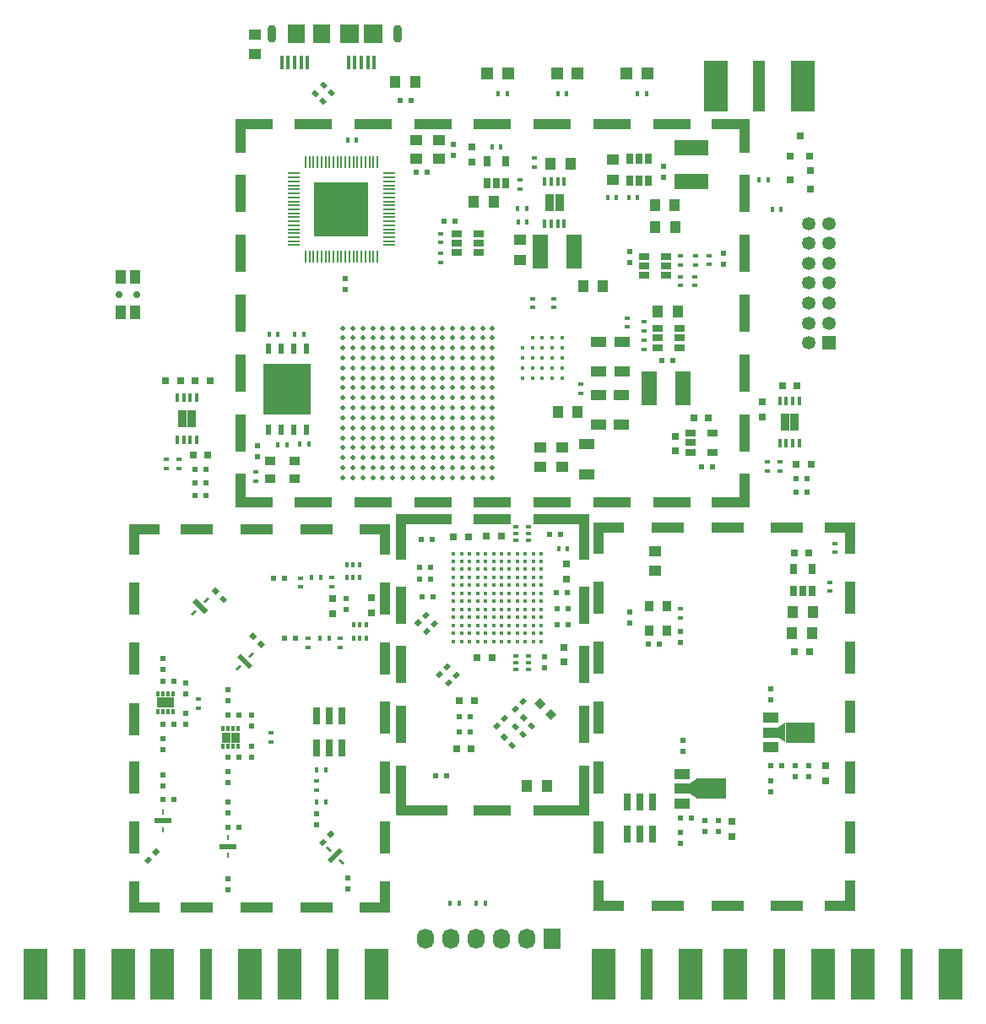
<source format=gts>
G04 #@! TF.FileFunction,Soldermask,Top*
%FSLAX46Y46*%
G04 Gerber Fmt 4.6, Leading zero omitted, Abs format (unit mm)*
G04 Created by KiCad (PCBNEW 4.0.4-stable) date Sun Nov  6 13:49:44 2016*
%MOMM*%
%LPD*%
G01*
G04 APERTURE LIST*
%ADD10C,0.100000*%
%ADD11R,0.800100X0.800100*%
%ADD12R,0.800000X0.750000*%
%ADD13C,0.450000*%
%ADD14R,0.500000X0.600000*%
%ADD15R,5.550000X1.000000*%
%ADD16R,3.800000X1.000000*%
%ADD17R,1.000000X4.580000*%
%ADD18R,1.000000X3.800000*%
%ADD19R,1.000000X4.980000*%
%ADD20R,5.140000X1.000000*%
%ADD21R,0.750000X0.800000*%
%ADD22R,3.050000X1.000000*%
%ADD23R,3.300000X1.000000*%
%ADD24R,1.000000X3.050000*%
%ADD25R,1.000000X3.300000*%
%ADD26R,1.000000X3.150000*%
%ADD27R,1.501140X1.000760*%
%ADD28R,2.999740X1.998980*%
%ADD29R,0.600000X0.500000*%
%ADD30R,2.413000X5.080000*%
%ADD31R,1.250000X5.080000*%
%ADD32R,0.400000X1.350000*%
%ADD33O,0.900000X1.800000*%
%ADD34R,1.900000X1.900000*%
%ADD35R,1.800000X1.900000*%
%ADD36R,1.600000X1.000000*%
%ADD37R,1.727200X2.032000*%
%ADD38O,1.727200X2.032000*%
%ADD39R,1.000000X1.250000*%
%ADD40R,1.250000X1.000000*%
%ADD41R,1.198880X1.198880*%
%ADD42R,0.270000X0.600000*%
%ADD43R,1.700000X0.500000*%
%ADD44R,1.500000X3.400000*%
%ADD45R,3.400000X1.500000*%
%ADD46R,1.350000X1.350000*%
%ADD47C,1.350000*%
%ADD48R,0.400000X0.600000*%
%ADD49R,0.600000X0.400000*%
%ADD50R,0.762000X1.651000*%
%ADD51R,0.300000X0.500000*%
%ADD52R,0.880000X1.060000*%
%ADD53R,0.650000X1.060000*%
%ADD54R,0.420000X0.890000*%
%ADD55R,0.940000X0.840000*%
%ADD56R,1.060000X0.650000*%
%ADD57R,0.900000X1.000000*%
%ADD58O,1.200000X0.220000*%
%ADD59O,0.220000X1.200000*%
%ADD60R,5.450000X5.450000*%
%ADD61R,1.000000X0.900000*%
%ADD62R,0.500000X1.000000*%
%ADD63R,4.800000X5.160000*%
%ADD64C,0.500380*%
%ADD65R,1.300000X1.050000*%
%ADD66R,3.850000X1.000000*%
%ADD67R,1.000000X3.350000*%
%ADD68R,0.350000X0.500000*%
%ADD69R,0.500000X0.350000*%
%ADD70R,1.050000X1.400000*%
%ADD71C,0.700000*%
G04 APERTURE END LIST*
D10*
D11*
X104880000Y-58760760D03*
X106780000Y-58760760D03*
X105830000Y-56761780D03*
D10*
G36*
X57924645Y-127908909D02*
X57571091Y-127555355D01*
X57995355Y-127131091D01*
X58348909Y-127484645D01*
X57924645Y-127908909D01*
X57924645Y-127908909D01*
G37*
G36*
X58702463Y-127131091D02*
X58348909Y-126777537D01*
X58773173Y-126353273D01*
X59126727Y-126706827D01*
X58702463Y-127131091D01*
X58702463Y-127131091D01*
G37*
D12*
X44960000Y-88750000D03*
X46460000Y-88750000D03*
D13*
X71100000Y-98600000D03*
X71100000Y-99400000D03*
X71100000Y-100200000D03*
X71100000Y-101000000D03*
X71100000Y-101800000D03*
X71100000Y-102600000D03*
X71100000Y-103400000D03*
X71100000Y-104200000D03*
X71100000Y-105000000D03*
X71100000Y-105800000D03*
X71100000Y-106600000D03*
X71100000Y-107400000D03*
X71900000Y-98600000D03*
X71900000Y-99400000D03*
X71900000Y-100200000D03*
X71900000Y-101000000D03*
X71900000Y-101800000D03*
X71900000Y-102600000D03*
X71900000Y-103400000D03*
X71900000Y-104200000D03*
X71900000Y-105000000D03*
X71900000Y-105800000D03*
X71900000Y-106600000D03*
X71900000Y-107400000D03*
X72700000Y-98600000D03*
X72700000Y-99400000D03*
X72700000Y-100200000D03*
X72700000Y-101000000D03*
X72700000Y-101800000D03*
X72700000Y-102600000D03*
X72700000Y-103400000D03*
X72700000Y-104200000D03*
X72700000Y-105000000D03*
X72700000Y-105800000D03*
X72700000Y-106600000D03*
X72700000Y-107400000D03*
X73500000Y-98600000D03*
X73500000Y-99400000D03*
X73500000Y-100200000D03*
X73500000Y-101000000D03*
X73500000Y-101800000D03*
X73500000Y-102600000D03*
X73500000Y-103400000D03*
X73500000Y-104200000D03*
X73500000Y-105000000D03*
X73500000Y-105800000D03*
X73500000Y-106600000D03*
X73500000Y-107400000D03*
X74300000Y-98600000D03*
X74300000Y-99400000D03*
X74300000Y-100200000D03*
X74300000Y-101000000D03*
X74300000Y-101800000D03*
X74300000Y-102600000D03*
X74300000Y-103400000D03*
X74300000Y-104200000D03*
X74300000Y-105000000D03*
X74300000Y-105800000D03*
X74300000Y-106600000D03*
X74300000Y-107400000D03*
X75100000Y-98600000D03*
X75100000Y-99400000D03*
X75100000Y-100200000D03*
X75100000Y-101000000D03*
X75100000Y-101800000D03*
X75100000Y-102600000D03*
X75100000Y-103400000D03*
X75100000Y-104200000D03*
X75100000Y-105000000D03*
X75100000Y-105800000D03*
X75100000Y-106600000D03*
X75100000Y-107400000D03*
X75900000Y-98600000D03*
X75900000Y-99400000D03*
X75900000Y-100200000D03*
X75900000Y-101000000D03*
X75900000Y-101800000D03*
X75900000Y-102600000D03*
X75900000Y-103400000D03*
X75900000Y-104200000D03*
X75900000Y-105000000D03*
X75900000Y-105800000D03*
X75900000Y-106600000D03*
X75900000Y-107400000D03*
X76700000Y-98600000D03*
X76700000Y-99400000D03*
X76700000Y-100200000D03*
X76700000Y-101000000D03*
X76700000Y-101800000D03*
X76700000Y-102600000D03*
X76700000Y-103400000D03*
X76700000Y-104200000D03*
X76700000Y-105000000D03*
X76700000Y-105800000D03*
X76700000Y-106600000D03*
X76700000Y-107400000D03*
X77500000Y-98600000D03*
X77500000Y-99400000D03*
X77500000Y-100200000D03*
X77500000Y-101000000D03*
X77500000Y-101800000D03*
X77500000Y-102600000D03*
X77500000Y-103400000D03*
X77500000Y-104200000D03*
X77500000Y-105000000D03*
X77500000Y-105800000D03*
X77500000Y-106600000D03*
X77500000Y-107400000D03*
X78300000Y-98600000D03*
X78300000Y-99400000D03*
X78300000Y-100200000D03*
X78300000Y-101000000D03*
X78300000Y-101800000D03*
X78300000Y-102600000D03*
X78300000Y-103400000D03*
X78300000Y-104200000D03*
X78300000Y-105000000D03*
X78300000Y-105800000D03*
X78300000Y-106600000D03*
X78300000Y-107400000D03*
X79100000Y-98600000D03*
X79100000Y-99400000D03*
X79100000Y-100200000D03*
X79100000Y-101000000D03*
X79100000Y-101800000D03*
X79100000Y-102600000D03*
X79100000Y-103400000D03*
X79100000Y-104200000D03*
X79100000Y-105000000D03*
X79100000Y-105800000D03*
X79100000Y-106600000D03*
X79100000Y-107400000D03*
X79900000Y-98600000D03*
X79900000Y-99400000D03*
X79900000Y-100200000D03*
X79900000Y-101000000D03*
X79900000Y-101800000D03*
X79900000Y-102600000D03*
X79900000Y-103400000D03*
X79900000Y-104200000D03*
X79900000Y-105000000D03*
X79900000Y-105800000D03*
X79900000Y-106600000D03*
X79900000Y-107400000D03*
D14*
X80200000Y-108950000D03*
X80200000Y-110050000D03*
D15*
X81885000Y-95180000D03*
D16*
X75000000Y-95180000D03*
D15*
X68135000Y-95180000D03*
D17*
X65860000Y-96970000D03*
D18*
X65860000Y-103760000D03*
X65860000Y-109760000D03*
X65860000Y-115760000D03*
D19*
X65860000Y-122350000D03*
D20*
X67930000Y-124340000D03*
D16*
X75000000Y-124340000D03*
D15*
X81885000Y-124340000D03*
D19*
X84160000Y-122350000D03*
D18*
X84160000Y-115760000D03*
X84160000Y-109760000D03*
X84160000Y-103760000D03*
D17*
X84160000Y-96970000D03*
D21*
X58940000Y-103140000D03*
X58940000Y-104640000D03*
D22*
X63225000Y-96200000D03*
D23*
X57350000Y-96200000D03*
X51350000Y-96200000D03*
X45350000Y-96200000D03*
D22*
X40075000Y-96200000D03*
D24*
X64250000Y-97225000D03*
D25*
X64250000Y-103100000D03*
X64250000Y-109100000D03*
X64250000Y-115100000D03*
X64250000Y-121100000D03*
X64250000Y-127100000D03*
D26*
X64250000Y-133025000D03*
D22*
X63225000Y-134100000D03*
D23*
X57350000Y-134100000D03*
X51350000Y-134100000D03*
X45350000Y-134100000D03*
D22*
X40075000Y-134100000D03*
D26*
X39050000Y-133025000D03*
D25*
X39050000Y-127100000D03*
X39050000Y-121100000D03*
X39050000Y-115200000D03*
X39050000Y-109100000D03*
X39050000Y-103100000D03*
D24*
X39050000Y-97225000D03*
D22*
X86675000Y-133950000D03*
D23*
X92550000Y-133950000D03*
X98550000Y-133950000D03*
X104550000Y-133950000D03*
D22*
X109825000Y-133950000D03*
D24*
X85650000Y-132925000D03*
D25*
X85650000Y-127050000D03*
X85650000Y-121050000D03*
X85650000Y-115050000D03*
X85650000Y-109050000D03*
X85650000Y-103050000D03*
D26*
X85650000Y-97125000D03*
D22*
X86675000Y-96050000D03*
D23*
X92550000Y-96050000D03*
X98550000Y-96050000D03*
X104550000Y-96050000D03*
D22*
X109825000Y-96050000D03*
D26*
X110850000Y-97125000D03*
D25*
X110850000Y-103050000D03*
X110850000Y-109050000D03*
X110850000Y-114950000D03*
X110850000Y-121050000D03*
X110850000Y-127050000D03*
D24*
X110850000Y-132925000D03*
D27*
X94048340Y-120698860D03*
X94048340Y-122200000D03*
X94048340Y-123701140D03*
D28*
X96999820Y-122200000D03*
D10*
G36*
X95525350Y-123200760D02*
X94776050Y-122700380D01*
X94776050Y-121699620D01*
X95525350Y-121199240D01*
X95525350Y-123200760D01*
X95525350Y-123200760D01*
G37*
D29*
X45160000Y-90210000D03*
X46260000Y-90210000D03*
D30*
X106131500Y-51690000D03*
X97368500Y-51690000D03*
D31*
X101750000Y-51690000D03*
D30*
X99368500Y-140810000D03*
X108131500Y-140810000D03*
D31*
X103750000Y-140810000D03*
D30*
X29168500Y-140810000D03*
X37931500Y-140810000D03*
D31*
X33550000Y-140810000D03*
D32*
X63150000Y-49325000D03*
X62500000Y-49325000D03*
X61850000Y-49325000D03*
X61200000Y-49325000D03*
X60550000Y-49325000D03*
X56450000Y-49325000D03*
X55800000Y-49325000D03*
X55150000Y-49325000D03*
X54500000Y-49325000D03*
X53850000Y-49325000D03*
D33*
X65450000Y-46500000D03*
X52900000Y-46500000D03*
D34*
X63050000Y-46500000D03*
X60650000Y-46500000D03*
D35*
X57850000Y-46500000D03*
X55350000Y-46500000D03*
D36*
X84490000Y-87660000D03*
X84490000Y-90660000D03*
D37*
X81000000Y-137250000D03*
D38*
X78460000Y-137250000D03*
X75920000Y-137250000D03*
X73380000Y-137250000D03*
X70840000Y-137250000D03*
X68300000Y-137250000D03*
D14*
X60530000Y-132270000D03*
X60530000Y-131170000D03*
X48490000Y-131220000D03*
X48490000Y-132320000D03*
X93825000Y-126600000D03*
X93825000Y-127700000D03*
X96325000Y-125400000D03*
X96325000Y-126500000D03*
X97625000Y-125400000D03*
X97625000Y-126500000D03*
X48500000Y-123520000D03*
X48500000Y-124620000D03*
X57350000Y-124750000D03*
X57350000Y-125850000D03*
D21*
X99050000Y-125500000D03*
X99050000Y-127000000D03*
D14*
X94100000Y-117350000D03*
X94100000Y-118450000D03*
X50800000Y-119070000D03*
X50800000Y-117970000D03*
D10*
G36*
X76922182Y-115925736D02*
X77275736Y-115572182D01*
X77700000Y-115996446D01*
X77346446Y-116350000D01*
X76922182Y-115925736D01*
X76922182Y-115925736D01*
G37*
G36*
X77700000Y-116703554D02*
X78053554Y-116350000D01*
X78477818Y-116774264D01*
X78124264Y-117127818D01*
X77700000Y-116703554D01*
X77700000Y-116703554D01*
G37*
G36*
X77772182Y-115025736D02*
X78125736Y-114672182D01*
X78550000Y-115096446D01*
X78196446Y-115450000D01*
X77772182Y-115025736D01*
X77772182Y-115025736D01*
G37*
G36*
X78550000Y-115803554D02*
X78903554Y-115450000D01*
X79327818Y-115874264D01*
X78974264Y-116227818D01*
X78550000Y-115803554D01*
X78550000Y-115803554D01*
G37*
D29*
X72770000Y-116470000D03*
X71670000Y-116470000D03*
D39*
X78450000Y-121900000D03*
X80450000Y-121900000D03*
D10*
G36*
X79221662Y-113651992D02*
X79751992Y-113121662D01*
X80317678Y-113687348D01*
X79787348Y-114217678D01*
X79221662Y-113651992D01*
X79221662Y-113651992D01*
G37*
G36*
X80282322Y-114712652D02*
X80812652Y-114182322D01*
X81378338Y-114748008D01*
X80848008Y-115278338D01*
X80282322Y-114712652D01*
X80282322Y-114712652D01*
G37*
D12*
X72870000Y-118200000D03*
X71370000Y-118200000D03*
D14*
X50800000Y-114820000D03*
X50800000Y-115920000D03*
D10*
G36*
X70474264Y-109522182D02*
X70827818Y-109875736D01*
X70403554Y-110300000D01*
X70050000Y-109946446D01*
X70474264Y-109522182D01*
X70474264Y-109522182D01*
G37*
G36*
X69696446Y-110300000D02*
X70050000Y-110653554D01*
X69625736Y-111077818D01*
X69272182Y-110724264D01*
X69696446Y-110300000D01*
X69696446Y-110300000D01*
G37*
G36*
X71424264Y-110372182D02*
X71777818Y-110725736D01*
X71353554Y-111150000D01*
X71000000Y-110796446D01*
X71424264Y-110372182D01*
X71424264Y-110372182D01*
G37*
G36*
X70646446Y-111150000D02*
X71000000Y-111503554D01*
X70575736Y-111927818D01*
X70222182Y-111574264D01*
X70646446Y-111150000D01*
X70646446Y-111150000D01*
G37*
G36*
X75822182Y-116975736D02*
X76175736Y-116622182D01*
X76600000Y-117046446D01*
X76246446Y-117400000D01*
X75822182Y-116975736D01*
X75822182Y-116975736D01*
G37*
G36*
X76600000Y-117753554D02*
X76953554Y-117400000D01*
X77377818Y-117824264D01*
X77024264Y-118177818D01*
X76600000Y-117753554D01*
X76600000Y-117753554D01*
G37*
D14*
X48500000Y-113370000D03*
X48500000Y-112270000D03*
D29*
X55250000Y-107100000D03*
X54150000Y-107100000D03*
D10*
G36*
X68335355Y-104361091D02*
X68688909Y-104714645D01*
X68264645Y-105138909D01*
X67911091Y-104785355D01*
X68335355Y-104361091D01*
X68335355Y-104361091D01*
G37*
G36*
X67557537Y-105138909D02*
X67911091Y-105492463D01*
X67486827Y-105916727D01*
X67133273Y-105563173D01*
X67557537Y-105138909D01*
X67557537Y-105138909D01*
G37*
G36*
X69185355Y-105211091D02*
X69538909Y-105564645D01*
X69114645Y-105988909D01*
X68761091Y-105635355D01*
X69185355Y-105211091D01*
X69185355Y-105211091D01*
G37*
G36*
X68407537Y-105988909D02*
X68761091Y-106342463D01*
X68336827Y-106766727D01*
X67983273Y-106413173D01*
X68407537Y-105988909D01*
X68407537Y-105988909D01*
G37*
D39*
X82820000Y-59530000D03*
X80820000Y-59530000D03*
D40*
X87110000Y-59100000D03*
X87110000Y-61100000D03*
D21*
X72950000Y-57810000D03*
X72950000Y-59310000D03*
D14*
X92160000Y-60850000D03*
X92160000Y-59750000D03*
D29*
X92010000Y-79280000D03*
X93110000Y-79280000D03*
D39*
X73110000Y-63320000D03*
X75110000Y-63320000D03*
D40*
X77750000Y-67140000D03*
X77750000Y-69140000D03*
D39*
X93270000Y-63690000D03*
X91270000Y-63690000D03*
D36*
X85630000Y-80380000D03*
X85630000Y-77380000D03*
D39*
X93310000Y-65870000D03*
X91310000Y-65870000D03*
D36*
X87970000Y-80390000D03*
X87970000Y-77390000D03*
D21*
X93310000Y-88330000D03*
X93310000Y-86830000D03*
D12*
X46700000Y-81290000D03*
X45200000Y-81290000D03*
X105570000Y-81780000D03*
X104070000Y-81780000D03*
D21*
X102060000Y-83410000D03*
X102060000Y-84910000D03*
D12*
X42210000Y-81260000D03*
X43710000Y-81260000D03*
D29*
X97030000Y-89950000D03*
X95930000Y-89950000D03*
D12*
X96680000Y-85030000D03*
X95180000Y-85030000D03*
D29*
X71200000Y-65290000D03*
X70100000Y-65290000D03*
D12*
X105440000Y-89670000D03*
X106940000Y-89670000D03*
D29*
X45130000Y-91530000D03*
X46230000Y-91530000D03*
X105440000Y-91100000D03*
X106540000Y-91100000D03*
X45140000Y-92830000D03*
X46240000Y-92830000D03*
X105440000Y-92480000D03*
X106540000Y-92480000D03*
D39*
X105050000Y-106630000D03*
X107050000Y-106630000D03*
D29*
X72790000Y-114970000D03*
X71690000Y-114970000D03*
D39*
X105110000Y-104440000D03*
X107110000Y-104440000D03*
D14*
X60300000Y-103120000D03*
X60300000Y-104220000D03*
D29*
X68950000Y-97210000D03*
X67850000Y-97210000D03*
D12*
X105300000Y-108480000D03*
X106800000Y-108480000D03*
D29*
X90650000Y-107720000D03*
X91750000Y-107720000D03*
D14*
X93860000Y-106390000D03*
X93860000Y-107490000D03*
X88780000Y-105580000D03*
X88780000Y-104480000D03*
D21*
X62850000Y-103030000D03*
X62850000Y-104530000D03*
D12*
X73440000Y-109050000D03*
X74940000Y-109050000D03*
D29*
X81470000Y-105720000D03*
X82570000Y-105720000D03*
X81460000Y-104180000D03*
X82560000Y-104180000D03*
D21*
X82420000Y-99650000D03*
X82420000Y-101150000D03*
D29*
X69000000Y-102950000D03*
X67900000Y-102950000D03*
X80760000Y-96690000D03*
X81860000Y-96690000D03*
D12*
X72560000Y-96970000D03*
X71060000Y-96970000D03*
X75910000Y-96820000D03*
X74410000Y-96820000D03*
D29*
X81420000Y-102570000D03*
X82520000Y-102570000D03*
X65770000Y-53200000D03*
X66870000Y-53200000D03*
D10*
G36*
X58366727Y-53263173D02*
X58013173Y-53616727D01*
X57588909Y-53192463D01*
X57942463Y-52838909D01*
X58366727Y-53263173D01*
X58366727Y-53263173D01*
G37*
G36*
X57588909Y-52485355D02*
X57235355Y-52838909D01*
X56811091Y-52414645D01*
X57164645Y-52061091D01*
X57588909Y-52485355D01*
X57588909Y-52485355D01*
G37*
D29*
X67380000Y-60360000D03*
X68480000Y-60360000D03*
D10*
G36*
X59216727Y-52413173D02*
X58863173Y-52766727D01*
X58438909Y-52342463D01*
X58792463Y-51988909D01*
X59216727Y-52413173D01*
X59216727Y-52413173D01*
G37*
G36*
X58438909Y-51635355D02*
X58085355Y-51988909D01*
X57661091Y-51564645D01*
X58014645Y-51211091D01*
X58438909Y-51635355D01*
X58438909Y-51635355D01*
G37*
D14*
X60270000Y-71020000D03*
X60270000Y-72120000D03*
X71070000Y-57570000D03*
X71070000Y-58670000D03*
X51420000Y-87800000D03*
X51420000Y-88900000D03*
D39*
X84070000Y-71810000D03*
X86070000Y-71810000D03*
D36*
X87940000Y-82700000D03*
X87940000Y-85700000D03*
X85640000Y-82700000D03*
X85640000Y-85700000D03*
D39*
X83540000Y-84370000D03*
X81540000Y-84370000D03*
D40*
X81970000Y-87950000D03*
X81970000Y-89950000D03*
X79780000Y-87950000D03*
X79780000Y-89950000D03*
D14*
X98170000Y-69560000D03*
X98170000Y-68460000D03*
X88750000Y-69390000D03*
X88750000Y-68290000D03*
D41*
X76549020Y-50500000D03*
X74450980Y-50500000D03*
X83549020Y-50500000D03*
X81450980Y-50500000D03*
X90549020Y-50500000D03*
X88450980Y-50500000D03*
D42*
X48490000Y-128890000D03*
X48490000Y-127090000D03*
D43*
X48490000Y-127990000D03*
D10*
G36*
X60153987Y-129613069D02*
X59963069Y-129803987D01*
X59538805Y-129379723D01*
X59729723Y-129188805D01*
X60153987Y-129613069D01*
X60153987Y-129613069D01*
G37*
G36*
X58881195Y-128340277D02*
X58690277Y-128531195D01*
X58266013Y-128106931D01*
X58456931Y-127916013D01*
X58881195Y-128340277D01*
X58881195Y-128340277D01*
G37*
G36*
X59987817Y-128435736D02*
X58785736Y-129637817D01*
X58432183Y-129284264D01*
X59634264Y-128082183D01*
X59987817Y-128435736D01*
X59987817Y-128435736D01*
G37*
G36*
X49396931Y-110323987D02*
X49206013Y-110133069D01*
X49630277Y-109708805D01*
X49821195Y-109899723D01*
X49396931Y-110323987D01*
X49396931Y-110323987D01*
G37*
G36*
X50669723Y-109051195D02*
X50478805Y-108860277D01*
X50903069Y-108436013D01*
X51093987Y-108626931D01*
X50669723Y-109051195D01*
X50669723Y-109051195D01*
G37*
G36*
X50574264Y-110157817D02*
X49372183Y-108955736D01*
X49725736Y-108602183D01*
X50927817Y-109804264D01*
X50574264Y-110157817D01*
X50574264Y-110157817D01*
G37*
D29*
X93875000Y-125175000D03*
X94975000Y-125175000D03*
X48490000Y-126060000D03*
X49590000Y-126060000D03*
D14*
X48500000Y-121600000D03*
X48500000Y-120500000D03*
D29*
X48500000Y-119070000D03*
X49600000Y-119070000D03*
D10*
G36*
X78124264Y-113022182D02*
X78477818Y-113375736D01*
X78053554Y-113800000D01*
X77700000Y-113446446D01*
X78124264Y-113022182D01*
X78124264Y-113022182D01*
G37*
G36*
X77346446Y-113800000D02*
X77700000Y-114153554D01*
X77275736Y-114577818D01*
X76922182Y-114224264D01*
X77346446Y-113800000D01*
X77346446Y-113800000D01*
G37*
G36*
X75375736Y-116277818D02*
X75022182Y-115924264D01*
X75446446Y-115500000D01*
X75800000Y-115853554D01*
X75375736Y-116277818D01*
X75375736Y-116277818D01*
G37*
G36*
X76153554Y-115500000D02*
X75800000Y-115146446D01*
X76224264Y-114722182D01*
X76577818Y-115075736D01*
X76153554Y-115500000D01*
X76153554Y-115500000D01*
G37*
D29*
X49600000Y-114820000D03*
X48500000Y-114820000D03*
D10*
G36*
X52177818Y-107724264D02*
X51824264Y-108077818D01*
X51400000Y-107653554D01*
X51753554Y-107300000D01*
X52177818Y-107724264D01*
X52177818Y-107724264D01*
G37*
G36*
X51400000Y-106946446D02*
X51046446Y-107300000D01*
X50622182Y-106875736D01*
X50975736Y-106522182D01*
X51400000Y-106946446D01*
X51400000Y-106946446D01*
G37*
D44*
X83220000Y-68290000D03*
X79820000Y-68290000D03*
D45*
X94930000Y-57900000D03*
X94930000Y-61300000D03*
D44*
X94120000Y-82050000D03*
X90720000Y-82050000D03*
D40*
X91350000Y-98350000D03*
X91350000Y-100350000D03*
X51150000Y-46530000D03*
X51150000Y-48530000D03*
D39*
X65250000Y-51330000D03*
X67250000Y-51330000D03*
D46*
X108750000Y-77500000D03*
D47*
X108750000Y-75500000D03*
X108750000Y-73500000D03*
X108750000Y-71500000D03*
X108750000Y-69500000D03*
X108750000Y-67500000D03*
X108750000Y-65500000D03*
X106750000Y-77500000D03*
X106750000Y-75500000D03*
X106750000Y-73500000D03*
X106750000Y-71500000D03*
X106750000Y-69500000D03*
X106750000Y-67500000D03*
X106750000Y-65500000D03*
D11*
X106850760Y-62090000D03*
X106850760Y-60190000D03*
X104851780Y-61140000D03*
D48*
X75550000Y-52500000D03*
X76450000Y-52500000D03*
X81550000Y-52500000D03*
X82450000Y-52500000D03*
X89550000Y-52500000D03*
X90450000Y-52500000D03*
D49*
X52750000Y-116600000D03*
X52750000Y-117500000D03*
D48*
X74930000Y-57840000D03*
X75830000Y-57840000D03*
D49*
X77800000Y-61150000D03*
X77800000Y-62050000D03*
D48*
X77550000Y-65350000D03*
X78450000Y-65350000D03*
X78440000Y-63980000D03*
X77540000Y-63980000D03*
X89550000Y-62910000D03*
X88650000Y-62910000D03*
X87440000Y-62930000D03*
X86540000Y-62930000D03*
D49*
X90200000Y-78150000D03*
X90200000Y-77250000D03*
X90180000Y-76250000D03*
X90180000Y-75350000D03*
X109340000Y-98490000D03*
X109340000Y-97590000D03*
X69810000Y-66530000D03*
X69810000Y-67430000D03*
X69800000Y-68490000D03*
X69800000Y-69390000D03*
X43550000Y-90060000D03*
X43550000Y-89160000D03*
X42250000Y-89160000D03*
X42250000Y-90060000D03*
X103860000Y-90320000D03*
X103860000Y-89420000D03*
X102540000Y-89410000D03*
X102540000Y-90310000D03*
X88540000Y-74990000D03*
X88540000Y-75890000D03*
X79210000Y-58930000D03*
X79210000Y-59830000D03*
X93870000Y-105050000D03*
X93870000Y-104150000D03*
X83840000Y-82560000D03*
X83840000Y-81660000D03*
D48*
X81620000Y-98160000D03*
X82520000Y-98160000D03*
X60450000Y-57150000D03*
X61350000Y-57150000D03*
D49*
X51300000Y-90460000D03*
X51300000Y-91360000D03*
D48*
X52590000Y-76650000D03*
X53490000Y-76650000D03*
X55190000Y-76630000D03*
X56090000Y-76630000D03*
X54380000Y-87710000D03*
X53480000Y-87710000D03*
X56560000Y-87650000D03*
X55660000Y-87650000D03*
X101750000Y-61140000D03*
X102650000Y-61140000D03*
D49*
X79000000Y-73050000D03*
X79000000Y-73950000D03*
X81150000Y-73030000D03*
X81150000Y-73930000D03*
D48*
X103960000Y-64070000D03*
X103060000Y-64070000D03*
D49*
X96740000Y-68730000D03*
X96740000Y-69630000D03*
X95340000Y-69640000D03*
X95340000Y-68740000D03*
X95290000Y-70840000D03*
X95290000Y-71740000D03*
X93870000Y-68760000D03*
X93870000Y-69660000D03*
X93880000Y-70840000D03*
X93880000Y-71740000D03*
D48*
X74300000Y-133720000D03*
X73400000Y-133720000D03*
X71630000Y-133720000D03*
X70730000Y-133720000D03*
D50*
X91060000Y-126725000D03*
X89790000Y-126725000D03*
X88520000Y-126725000D03*
X88520000Y-123550000D03*
X89790000Y-123550000D03*
X91060000Y-123550000D03*
X59920000Y-118087500D03*
X58650000Y-118087500D03*
X57380000Y-118087500D03*
X57380000Y-114912500D03*
X58650000Y-114912500D03*
X59920000Y-114912500D03*
D51*
X48000000Y-117970000D03*
X48500000Y-117970000D03*
X49000000Y-117970000D03*
X49500000Y-117970000D03*
X49500000Y-116170000D03*
X49000000Y-116170000D03*
X48500000Y-116170000D03*
X48000000Y-116170000D03*
D52*
X49190000Y-117070000D03*
X48310000Y-117070000D03*
D53*
X74450000Y-61500000D03*
X75400000Y-61500000D03*
X76350000Y-61500000D03*
X76350000Y-59300000D03*
X74450000Y-59300000D03*
D54*
X82205000Y-61295000D03*
X81555000Y-61295000D03*
X80905000Y-61295000D03*
X80255000Y-61295000D03*
X80255000Y-65505000D03*
X80905000Y-65505000D03*
X81555000Y-65505000D03*
X82205000Y-65505000D03*
D55*
X80760000Y-63820000D03*
X81700000Y-63820000D03*
X80760000Y-62980000D03*
X81700000Y-62980000D03*
D53*
X90660000Y-59050000D03*
X89710000Y-59050000D03*
X88760000Y-59050000D03*
X88760000Y-61250000D03*
X90660000Y-61250000D03*
X89710000Y-61250000D03*
D56*
X93750000Y-77950000D03*
X93750000Y-77000000D03*
X93750000Y-76050000D03*
X91550000Y-76050000D03*
X91550000Y-77950000D03*
X91550000Y-77000000D03*
X94900000Y-86550000D03*
X94900000Y-87500000D03*
X94900000Y-88450000D03*
X97100000Y-88450000D03*
X97100000Y-86550000D03*
D54*
X45325000Y-82995000D03*
X44675000Y-82995000D03*
X44025000Y-82995000D03*
X43375000Y-82995000D03*
X43375000Y-87205000D03*
X44025000Y-87205000D03*
X44675000Y-87205000D03*
X45325000Y-87205000D03*
D55*
X43880000Y-85520000D03*
X44820000Y-85520000D03*
X43880000Y-84680000D03*
X44820000Y-84680000D03*
D54*
X105765000Y-83345000D03*
X105115000Y-83345000D03*
X104465000Y-83345000D03*
X103815000Y-83345000D03*
X103815000Y-87555000D03*
X104465000Y-87555000D03*
X105115000Y-87555000D03*
X105765000Y-87555000D03*
D55*
X104320000Y-85870000D03*
X105260000Y-85870000D03*
X104320000Y-85030000D03*
X105260000Y-85030000D03*
D56*
X71400000Y-66550000D03*
X71400000Y-67500000D03*
X71400000Y-68450000D03*
X73600000Y-68450000D03*
X73600000Y-66550000D03*
X73600000Y-67500000D03*
D57*
X92520000Y-106300000D03*
X92520000Y-103900000D03*
X90720000Y-103900000D03*
X90720000Y-106300000D03*
D58*
X64600000Y-67690000D03*
X64600000Y-67290000D03*
X64600000Y-66890000D03*
X64600000Y-66490000D03*
X64600000Y-66090000D03*
X64600000Y-65690000D03*
X64600000Y-65290000D03*
X64600000Y-64890000D03*
X64600000Y-64490000D03*
X64600000Y-64090000D03*
X64600000Y-63690000D03*
X64600000Y-63290000D03*
X64600000Y-62890000D03*
X64600000Y-62490000D03*
X64600000Y-62090000D03*
X64600000Y-61690000D03*
X64600000Y-61290000D03*
X64600000Y-60890000D03*
X64600000Y-60490000D03*
D59*
X63450000Y-59340000D03*
X63050000Y-59340000D03*
X62650000Y-59340000D03*
X62250000Y-59340000D03*
X61850000Y-59340000D03*
X61450000Y-59340000D03*
X61050000Y-59340000D03*
X60650000Y-59340000D03*
X60250000Y-59340000D03*
X59850000Y-59340000D03*
X59450000Y-59340000D03*
X59050000Y-59340000D03*
X58650000Y-59340000D03*
X58250000Y-59340000D03*
X57850000Y-59340000D03*
X57450000Y-59340000D03*
X57050000Y-59340000D03*
X56650000Y-59340000D03*
X56250000Y-59340000D03*
D58*
X55100000Y-60490000D03*
X55100000Y-60890000D03*
X55100000Y-61290000D03*
X55100000Y-61690000D03*
X55100000Y-62090000D03*
X55100000Y-62490000D03*
X55100000Y-62890000D03*
X55100000Y-63290000D03*
X55100000Y-63690000D03*
X55100000Y-64090000D03*
X55100000Y-64490000D03*
X55100000Y-64890000D03*
X55100000Y-65290000D03*
X55100000Y-65690000D03*
X55100000Y-66090000D03*
X55100000Y-66490000D03*
X55100000Y-66890000D03*
X55100000Y-67290000D03*
X55100000Y-67690000D03*
D59*
X56250000Y-68840000D03*
X56650000Y-68840000D03*
X57050000Y-68840000D03*
X57450000Y-68840000D03*
X57850000Y-68840000D03*
X58250000Y-68840000D03*
X58650000Y-68840000D03*
X59050000Y-68840000D03*
X59450000Y-68840000D03*
X59850000Y-68840000D03*
X60250000Y-68840000D03*
X60650000Y-68840000D03*
X61050000Y-68840000D03*
X61450000Y-68840000D03*
X61850000Y-68840000D03*
X62250000Y-68840000D03*
X62650000Y-68840000D03*
X63050000Y-68840000D03*
X63450000Y-68840000D03*
D60*
X59850000Y-64090000D03*
D61*
X52730000Y-91130000D03*
X55130000Y-91130000D03*
X55130000Y-89330000D03*
X52730000Y-89330000D03*
D62*
X56305000Y-78036000D03*
X55035000Y-78036000D03*
X53765000Y-78036000D03*
X52495000Y-78036000D03*
X52495000Y-86164000D03*
X53765000Y-86164000D03*
X55035000Y-86164000D03*
X56305000Y-86164000D03*
D63*
X54400000Y-82100000D03*
D64*
X75000620Y-91000620D03*
X73999860Y-91000620D03*
X72999100Y-91000620D03*
X72000880Y-91000620D03*
X71000120Y-91000620D03*
X69999360Y-91000620D03*
X69001140Y-91000620D03*
X68000380Y-91000620D03*
X66999620Y-91000620D03*
X65998860Y-91000620D03*
X65000640Y-91000620D03*
X63999880Y-91000620D03*
X62999120Y-91000620D03*
X62000900Y-91000620D03*
X61000140Y-91000620D03*
X59999380Y-91000620D03*
X75000620Y-89999860D03*
X75000620Y-88999100D03*
X75000620Y-88000880D03*
X75000620Y-87000120D03*
X75000620Y-85999360D03*
X75000620Y-85001140D03*
X75000620Y-84000380D03*
X75000620Y-82999620D03*
X59999380Y-89999860D03*
X61000140Y-89999860D03*
X62000900Y-89999860D03*
X62999120Y-89999860D03*
X63999880Y-89999860D03*
X65000640Y-89999860D03*
X65998860Y-89999860D03*
X66999620Y-89999860D03*
X68000380Y-89999860D03*
X69001140Y-89999860D03*
X69999360Y-89999860D03*
X71000120Y-89999860D03*
X73999860Y-89999860D03*
X72999100Y-89999860D03*
X72000880Y-89999860D03*
X73999860Y-88999100D03*
X72999100Y-88999100D03*
X72000880Y-88999100D03*
X71000120Y-88999100D03*
X69999360Y-88999100D03*
X69001140Y-88999100D03*
X68000380Y-88999100D03*
X66999620Y-88999100D03*
X73999860Y-88000880D03*
X72999100Y-88000880D03*
X72000880Y-88000880D03*
X71000120Y-88000880D03*
X69999360Y-88000880D03*
X69001140Y-88000880D03*
X68000380Y-88000880D03*
X66999620Y-88000880D03*
X73999860Y-87000120D03*
X72999100Y-87000120D03*
X72000880Y-87000120D03*
X65998860Y-88999100D03*
X65998860Y-88000880D03*
X65000640Y-88999100D03*
X65000640Y-88000880D03*
X63999880Y-88000880D03*
X63999880Y-88999100D03*
X62999120Y-88999100D03*
X62000900Y-88999100D03*
X62000900Y-88000880D03*
X62999120Y-88000880D03*
X61000140Y-88999100D03*
X61000140Y-88000880D03*
X59999380Y-88000880D03*
X59999380Y-88999100D03*
X62999120Y-87000120D03*
X62999120Y-85999360D03*
X62999120Y-85001140D03*
X62000900Y-85001140D03*
X62000900Y-85999360D03*
X62000900Y-87000120D03*
X61000140Y-87000120D03*
X61000140Y-85999360D03*
X61000140Y-85001140D03*
X59999380Y-85001140D03*
X59999380Y-85999360D03*
X59999380Y-87000120D03*
X73999860Y-85999360D03*
X72999100Y-85999360D03*
X72000880Y-85999360D03*
X72000880Y-85001140D03*
X72999100Y-85001140D03*
X73999860Y-85001140D03*
X73999860Y-84000380D03*
X72999100Y-84000380D03*
X72000880Y-84000380D03*
X72000880Y-82999620D03*
X72999100Y-82999620D03*
X73999860Y-82999620D03*
X75000620Y-81998860D03*
X73999860Y-81998860D03*
X72999100Y-81998860D03*
X72000880Y-81998860D03*
X72000880Y-81000640D03*
X72999100Y-81000640D03*
X73999860Y-81000640D03*
X75000620Y-81000640D03*
X75000620Y-79999880D03*
X73999860Y-79999880D03*
X72999100Y-79999880D03*
X72000880Y-79999880D03*
X72000880Y-78999120D03*
X72000880Y-78000900D03*
X72000880Y-77000140D03*
X72999100Y-77000140D03*
X72999100Y-78000900D03*
X72999100Y-78999120D03*
X73999860Y-78999120D03*
X73999860Y-78000900D03*
X73999860Y-77000140D03*
X75000620Y-78999120D03*
X75000620Y-78000900D03*
X75000620Y-77000140D03*
X75000620Y-75999380D03*
X73999860Y-75999380D03*
X72999100Y-75999380D03*
X72000880Y-75999380D03*
X68000380Y-87000120D03*
X69001140Y-87000120D03*
X69999360Y-87000120D03*
X71000120Y-87000120D03*
X71000120Y-85999360D03*
X69999360Y-85999360D03*
X69001140Y-85999360D03*
X68000380Y-85999360D03*
X71000120Y-85001140D03*
X69999360Y-85001140D03*
X69001140Y-85001140D03*
X68000380Y-85001140D03*
X71000120Y-84000380D03*
X69999360Y-84000380D03*
X69001140Y-84000380D03*
X68000380Y-84000380D03*
X71000120Y-82999620D03*
X69999360Y-82999620D03*
X69001140Y-82999620D03*
X68000380Y-82999620D03*
X71000120Y-81998860D03*
X69999360Y-81998860D03*
X69001140Y-81998860D03*
X68000380Y-81998860D03*
X71000120Y-81000640D03*
X69999360Y-81000640D03*
X69001140Y-81000640D03*
X68000380Y-81000640D03*
X71000120Y-79999880D03*
X69999360Y-79999880D03*
X69001140Y-79999880D03*
X71000120Y-78000900D03*
X69999360Y-78000900D03*
X71000120Y-77000140D03*
X69999360Y-77000140D03*
X71000120Y-75999380D03*
X69999360Y-75999380D03*
X68000380Y-79999880D03*
X71000120Y-78999120D03*
X69999360Y-78999120D03*
X69001140Y-78999120D03*
X65000640Y-78000900D03*
X65998860Y-78000900D03*
X66999620Y-78000900D03*
X68000380Y-78000900D03*
X69001140Y-78000900D03*
X69001140Y-77000140D03*
X68000380Y-77000140D03*
X66999620Y-77000140D03*
X65998860Y-77000140D03*
X65000640Y-77000140D03*
X69001140Y-75999380D03*
X68000380Y-75999380D03*
X66999620Y-75999380D03*
X65998860Y-75999380D03*
X65000640Y-75999380D03*
X68000380Y-78999120D03*
X66999620Y-87000120D03*
X65998860Y-87000120D03*
X65000640Y-87000120D03*
X63999880Y-87000120D03*
X63999880Y-78000900D03*
X66999620Y-85999360D03*
X65998860Y-85999360D03*
X65000640Y-85999360D03*
X63999880Y-85999360D03*
X66999620Y-82999620D03*
X63999880Y-85001140D03*
X65000640Y-85001140D03*
X65998860Y-85001140D03*
X66999620Y-85001140D03*
X63999880Y-77000140D03*
X63999880Y-75999380D03*
X66999620Y-84000380D03*
X65998860Y-84000380D03*
X65000640Y-84000380D03*
X63999880Y-84000380D03*
X65998860Y-82999620D03*
X65000640Y-82999620D03*
X63999880Y-82999620D03*
X62999120Y-84000380D03*
X62999120Y-82999620D03*
X62999120Y-81998860D03*
X62999120Y-81000640D03*
X62999120Y-79999880D03*
X62999120Y-78999120D03*
X62999120Y-78000900D03*
X62999120Y-77000140D03*
X62999120Y-75999380D03*
X66999620Y-78999120D03*
X66999620Y-79999880D03*
X66999620Y-81000640D03*
X66999620Y-81998860D03*
X65998860Y-81998860D03*
X65998860Y-81000640D03*
X65998860Y-79999880D03*
X65998860Y-78999120D03*
X62000900Y-75999380D03*
X62000900Y-77000140D03*
X62000900Y-78000900D03*
X62000900Y-78999120D03*
X62000900Y-79999880D03*
X62000900Y-81000640D03*
X62000900Y-81998860D03*
X62000900Y-82999620D03*
X62000900Y-84000380D03*
X61000140Y-84000380D03*
X61000140Y-82999620D03*
X61000140Y-81998860D03*
X61000140Y-81000640D03*
X61000140Y-79999880D03*
X61000140Y-78999120D03*
X61000140Y-78000900D03*
X61000140Y-77000140D03*
X61000140Y-75999380D03*
X65000640Y-78999120D03*
X65000640Y-79999880D03*
X65000640Y-81000640D03*
X65000640Y-81998860D03*
X63999880Y-81998860D03*
X63999880Y-81000640D03*
X63999880Y-79999880D03*
X63999880Y-78999120D03*
X59999380Y-75999380D03*
X59999380Y-77000140D03*
X59999380Y-78000900D03*
X59999380Y-78999120D03*
X59999380Y-79999880D03*
X59999380Y-81000640D03*
X59999380Y-81998860D03*
X59999380Y-82999620D03*
X59999380Y-84000380D03*
D13*
X78000000Y-78000000D03*
X78000000Y-79000000D03*
X78000000Y-80000000D03*
X78000000Y-81000000D03*
X79000000Y-77000000D03*
X79000000Y-78000000D03*
X79000000Y-79000000D03*
X79000000Y-80000000D03*
X79000000Y-81000000D03*
X80000000Y-77000000D03*
X80000000Y-78000000D03*
X80000000Y-79000000D03*
X80000000Y-80000000D03*
X80000000Y-81000000D03*
X81000000Y-77000000D03*
X81000000Y-78000000D03*
X81000000Y-79000000D03*
X81000000Y-80000000D03*
X81000000Y-81000000D03*
X82000000Y-77000000D03*
X82000000Y-78000000D03*
X82000000Y-79000000D03*
X82000000Y-80000000D03*
X82000000Y-81000000D03*
D56*
X92440000Y-70710000D03*
X92440000Y-69760000D03*
X92440000Y-68810000D03*
X90240000Y-68810000D03*
X90240000Y-70710000D03*
X90240000Y-69760000D03*
D65*
X67320000Y-59025000D03*
X69620000Y-59025000D03*
X69620000Y-57175000D03*
X67320000Y-57175000D03*
D49*
X108810000Y-102380000D03*
X108810000Y-101480000D03*
D39*
X93600000Y-74330000D03*
X91600000Y-74330000D03*
D16*
X75000000Y-55550000D03*
X81000000Y-55550000D03*
X87000000Y-55550000D03*
X93000000Y-55550000D03*
X69000000Y-55550000D03*
X63000000Y-55550000D03*
X57000000Y-55550000D03*
X75000000Y-93450000D03*
X69000000Y-93450000D03*
X63000000Y-93450000D03*
X57000000Y-93450000D03*
X81000000Y-93450000D03*
X87000000Y-93450000D03*
X93000000Y-93450000D03*
D18*
X49700000Y-74500000D03*
X49700000Y-68500000D03*
X49700000Y-62500000D03*
X49700000Y-80500000D03*
X49700000Y-86500000D03*
X100300000Y-86500000D03*
X100300000Y-80500000D03*
X100300000Y-74500000D03*
X100300000Y-68500000D03*
X100300000Y-62500000D03*
D66*
X98875000Y-55550000D03*
D67*
X100300000Y-56725000D03*
X100300000Y-92275000D03*
D66*
X98875000Y-93450000D03*
X51125000Y-93450000D03*
X51125000Y-55550000D03*
D67*
X49700000Y-92275000D03*
X49700000Y-56725000D03*
D30*
X41868500Y-140810000D03*
X50631500Y-140810000D03*
D31*
X46250000Y-140810000D03*
D30*
X54618500Y-140810000D03*
X63381500Y-140810000D03*
D31*
X59000000Y-140810000D03*
D30*
X86118500Y-140810000D03*
X94881500Y-140810000D03*
D31*
X90500000Y-140810000D03*
D21*
X108450000Y-119900000D03*
X108450000Y-121400000D03*
D30*
X112168500Y-140810000D03*
X120931500Y-140810000D03*
D31*
X116550000Y-140810000D03*
D14*
X102900000Y-121450000D03*
X102900000Y-122550000D03*
D10*
G36*
X41265355Y-128141091D02*
X41618909Y-128494645D01*
X41194645Y-128918909D01*
X40841091Y-128565355D01*
X41265355Y-128141091D01*
X41265355Y-128141091D01*
G37*
G36*
X40487537Y-128918909D02*
X40841091Y-129272463D01*
X40416827Y-129696727D01*
X40063273Y-129343173D01*
X40487537Y-128918909D01*
X40487537Y-128918909D01*
G37*
D14*
X105400000Y-119900000D03*
X105400000Y-121000000D03*
X106750000Y-119900000D03*
X106750000Y-121000000D03*
X41940000Y-120860000D03*
X41940000Y-121960000D03*
X102900000Y-112200000D03*
X102900000Y-113300000D03*
X44240000Y-115750000D03*
X44240000Y-114650000D03*
X41940000Y-110200000D03*
X41940000Y-109100000D03*
D12*
X73200000Y-113350000D03*
X71700000Y-113350000D03*
D14*
X44240000Y-111550000D03*
X44240000Y-112650000D03*
D29*
X70400000Y-120900000D03*
X69300000Y-120900000D03*
X54100000Y-101050000D03*
X53000000Y-101050000D03*
X68750000Y-99950000D03*
X67650000Y-99950000D03*
X68750000Y-101150000D03*
X67650000Y-101150000D03*
D42*
X41930000Y-126330000D03*
X41930000Y-124530000D03*
D43*
X41930000Y-125430000D03*
D10*
G36*
X44946931Y-104853987D02*
X44756013Y-104663069D01*
X45180277Y-104238805D01*
X45371195Y-104429723D01*
X44946931Y-104853987D01*
X44946931Y-104853987D01*
G37*
G36*
X46219723Y-103581195D02*
X46028805Y-103390277D01*
X46453069Y-102966013D01*
X46643987Y-103156931D01*
X46219723Y-103581195D01*
X46219723Y-103581195D01*
G37*
G36*
X46124264Y-104687817D02*
X44922183Y-103485736D01*
X45275736Y-103132183D01*
X46477817Y-104334264D01*
X46124264Y-104687817D01*
X46124264Y-104687817D01*
G37*
D29*
X102900000Y-119900000D03*
X104000000Y-119900000D03*
X41920000Y-123270000D03*
X43020000Y-123270000D03*
D14*
X41940000Y-118310000D03*
X41940000Y-117210000D03*
D29*
X41940000Y-115760000D03*
X43040000Y-115760000D03*
X43040000Y-111400000D03*
X41940000Y-111400000D03*
D10*
G36*
X46852182Y-102325736D02*
X47205736Y-101972182D01*
X47630000Y-102396446D01*
X47276446Y-102750000D01*
X46852182Y-102325736D01*
X46852182Y-102325736D01*
G37*
G36*
X47630000Y-103103554D02*
X47983554Y-102750000D01*
X48407818Y-103174264D01*
X48054264Y-103527818D01*
X47630000Y-103103554D01*
X47630000Y-103103554D01*
G37*
D49*
X45490000Y-113200000D03*
X45490000Y-114100000D03*
D27*
X102898340Y-115048860D03*
X102898340Y-116550000D03*
X102898340Y-118051140D03*
D28*
X105849820Y-116550000D03*
D10*
G36*
X104375350Y-117550760D02*
X103626050Y-117050380D01*
X103626050Y-116049620D01*
X104375350Y-115549240D01*
X104375350Y-117550760D01*
X104375350Y-117550760D01*
G37*
D51*
X41440000Y-114450000D03*
X41940000Y-114450000D03*
X42440000Y-114450000D03*
X42940000Y-114450000D03*
X42940000Y-112650000D03*
X42440000Y-112650000D03*
X41940000Y-112650000D03*
X41440000Y-112650000D03*
D52*
X42630000Y-113550000D03*
X41750000Y-113550000D03*
D68*
X61050000Y-107090000D03*
X61700000Y-107090000D03*
X62350000Y-107090000D03*
X62350000Y-105790000D03*
X61700000Y-105790000D03*
X61050000Y-105790000D03*
X60380000Y-101030000D03*
X61030000Y-101030000D03*
X61680000Y-101030000D03*
X61680000Y-99730000D03*
X61030000Y-99730000D03*
X60380000Y-99730000D03*
D69*
X77350000Y-95950000D03*
X77350000Y-96600000D03*
X77350000Y-97250000D03*
X78650000Y-97250000D03*
X78650000Y-96600000D03*
X78650000Y-95950000D03*
X78630000Y-110220000D03*
X78630000Y-109570000D03*
X78630000Y-108920000D03*
X77330000Y-108920000D03*
X77330000Y-109570000D03*
X77330000Y-110220000D03*
D21*
X82150000Y-108000000D03*
X82150000Y-109500000D03*
D48*
X57350000Y-123500000D03*
X58250000Y-123500000D03*
D49*
X57350000Y-121450000D03*
X57350000Y-122350000D03*
D48*
X57350000Y-120300000D03*
X58250000Y-120300000D03*
D49*
X56530000Y-108000000D03*
X56530000Y-107100000D03*
D48*
X58600000Y-107100000D03*
X57700000Y-107100000D03*
D49*
X59750000Y-108000000D03*
X59750000Y-107100000D03*
X55730000Y-101950000D03*
X55730000Y-101050000D03*
D48*
X57770000Y-101030000D03*
X56870000Y-101030000D03*
D49*
X58910000Y-101930000D03*
X58910000Y-101030000D03*
D53*
X105180000Y-102350000D03*
X106130000Y-102350000D03*
X107080000Y-102350000D03*
X107080000Y-100150000D03*
X105180000Y-100150000D03*
D12*
X105250000Y-98530000D03*
X106750000Y-98530000D03*
D70*
X39175000Y-70850000D03*
X37725000Y-70850000D03*
X37725000Y-74450000D03*
X39175000Y-74450000D03*
D71*
X39350000Y-72650000D03*
X37550000Y-72650000D03*
M02*

</source>
